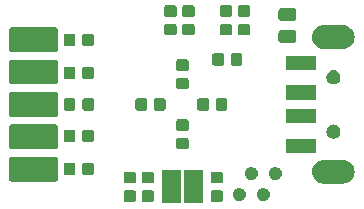
<source format=gbr>
G04 #@! TF.GenerationSoftware,KiCad,Pcbnew,5.1.6-c6e7f7d~86~ubuntu20.04.1*
G04 #@! TF.CreationDate,2020-05-29T14:13:17+02:00*
G04 #@! TF.ProjectId,atari-usb,61746172-692d-4757-9362-2e6b69636164,rev?*
G04 #@! TF.SameCoordinates,Original*
G04 #@! TF.FileFunction,Soldermask,Top*
G04 #@! TF.FilePolarity,Negative*
%FSLAX46Y46*%
G04 Gerber Fmt 4.6, Leading zero omitted, Abs format (unit mm)*
G04 Created by KiCad (PCBNEW 5.1.6-c6e7f7d~86~ubuntu20.04.1) date 2020-05-29 14:13:17*
%MOMM*%
%LPD*%
G01*
G04 APERTURE LIST*
%ADD10C,0.100000*%
G04 APERTURE END LIST*
D10*
G36*
X138276000Y-92841000D02*
G01*
X136674000Y-92841000D01*
X136674000Y-90039000D01*
X138276000Y-90039000D01*
X138276000Y-92841000D01*
G37*
G36*
X136376000Y-92841000D02*
G01*
X134774000Y-92841000D01*
X134774000Y-90039000D01*
X136376000Y-90039000D01*
X136376000Y-92841000D01*
G37*
G36*
X133983591Y-91743085D02*
G01*
X134017569Y-91753393D01*
X134048890Y-91770134D01*
X134076339Y-91792661D01*
X134098866Y-91820110D01*
X134115607Y-91851431D01*
X134125915Y-91885409D01*
X134130000Y-91926890D01*
X134130000Y-92528110D01*
X134125915Y-92569591D01*
X134115607Y-92603569D01*
X134098866Y-92634890D01*
X134076339Y-92662339D01*
X134048890Y-92684866D01*
X134017569Y-92701607D01*
X133983591Y-92711915D01*
X133942110Y-92716000D01*
X133265890Y-92716000D01*
X133224409Y-92711915D01*
X133190431Y-92701607D01*
X133159110Y-92684866D01*
X133131661Y-92662339D01*
X133109134Y-92634890D01*
X133092393Y-92603569D01*
X133082085Y-92569591D01*
X133078000Y-92528110D01*
X133078000Y-91926890D01*
X133082085Y-91885409D01*
X133092393Y-91851431D01*
X133109134Y-91820110D01*
X133131661Y-91792661D01*
X133159110Y-91770134D01*
X133190431Y-91753393D01*
X133224409Y-91743085D01*
X133265890Y-91739000D01*
X133942110Y-91739000D01*
X133983591Y-91743085D01*
G37*
G36*
X132459591Y-91743085D02*
G01*
X132493569Y-91753393D01*
X132524890Y-91770134D01*
X132552339Y-91792661D01*
X132574866Y-91820110D01*
X132591607Y-91851431D01*
X132601915Y-91885409D01*
X132606000Y-91926890D01*
X132606000Y-92528110D01*
X132601915Y-92569591D01*
X132591607Y-92603569D01*
X132574866Y-92634890D01*
X132552339Y-92662339D01*
X132524890Y-92684866D01*
X132493569Y-92701607D01*
X132459591Y-92711915D01*
X132418110Y-92716000D01*
X131741890Y-92716000D01*
X131700409Y-92711915D01*
X131666431Y-92701607D01*
X131635110Y-92684866D01*
X131607661Y-92662339D01*
X131585134Y-92634890D01*
X131568393Y-92603569D01*
X131558085Y-92569591D01*
X131554000Y-92528110D01*
X131554000Y-91926890D01*
X131558085Y-91885409D01*
X131568393Y-91851431D01*
X131585134Y-91820110D01*
X131607661Y-91792661D01*
X131635110Y-91770134D01*
X131666431Y-91753393D01*
X131700409Y-91743085D01*
X131741890Y-91739000D01*
X132418110Y-91739000D01*
X132459591Y-91743085D01*
G37*
G36*
X139825591Y-91743085D02*
G01*
X139859569Y-91753393D01*
X139890890Y-91770134D01*
X139918339Y-91792661D01*
X139940866Y-91820110D01*
X139957607Y-91851431D01*
X139967915Y-91885409D01*
X139972000Y-91926890D01*
X139972000Y-92528110D01*
X139967915Y-92569591D01*
X139957607Y-92603569D01*
X139940866Y-92634890D01*
X139918339Y-92662339D01*
X139890890Y-92684866D01*
X139859569Y-92701607D01*
X139825591Y-92711915D01*
X139784110Y-92716000D01*
X139107890Y-92716000D01*
X139066409Y-92711915D01*
X139032431Y-92701607D01*
X139001110Y-92684866D01*
X138973661Y-92662339D01*
X138951134Y-92634890D01*
X138934393Y-92603569D01*
X138924085Y-92569591D01*
X138920000Y-92528110D01*
X138920000Y-91926890D01*
X138924085Y-91885409D01*
X138934393Y-91851431D01*
X138951134Y-91820110D01*
X138973661Y-91792661D01*
X139001110Y-91770134D01*
X139032431Y-91753393D01*
X139066409Y-91743085D01*
X139107890Y-91739000D01*
X139784110Y-91739000D01*
X139825591Y-91743085D01*
G37*
G36*
X141511721Y-91545174D02*
G01*
X141611995Y-91586709D01*
X141611996Y-91586710D01*
X141702242Y-91647010D01*
X141778990Y-91723758D01*
X141778991Y-91723760D01*
X141839291Y-91814005D01*
X141880826Y-91914279D01*
X141902000Y-92020730D01*
X141902000Y-92129270D01*
X141880826Y-92235721D01*
X141839291Y-92335995D01*
X141839290Y-92335996D01*
X141778990Y-92426242D01*
X141702242Y-92502990D01*
X141677681Y-92519401D01*
X141611995Y-92563291D01*
X141511721Y-92604826D01*
X141405270Y-92626000D01*
X141296730Y-92626000D01*
X141190279Y-92604826D01*
X141090005Y-92563291D01*
X141024319Y-92519401D01*
X140999758Y-92502990D01*
X140923010Y-92426242D01*
X140862710Y-92335996D01*
X140862709Y-92335995D01*
X140821174Y-92235721D01*
X140800000Y-92129270D01*
X140800000Y-92020730D01*
X140821174Y-91914279D01*
X140862709Y-91814005D01*
X140923009Y-91723760D01*
X140923010Y-91723758D01*
X140999758Y-91647010D01*
X141090004Y-91586710D01*
X141090005Y-91586709D01*
X141190279Y-91545174D01*
X141296730Y-91524000D01*
X141405270Y-91524000D01*
X141511721Y-91545174D01*
G37*
G36*
X143543721Y-91545174D02*
G01*
X143643995Y-91586709D01*
X143643996Y-91586710D01*
X143734242Y-91647010D01*
X143810990Y-91723758D01*
X143810991Y-91723760D01*
X143871291Y-91814005D01*
X143912826Y-91914279D01*
X143934000Y-92020730D01*
X143934000Y-92129270D01*
X143912826Y-92235721D01*
X143871291Y-92335995D01*
X143871290Y-92335996D01*
X143810990Y-92426242D01*
X143734242Y-92502990D01*
X143709681Y-92519401D01*
X143643995Y-92563291D01*
X143543721Y-92604826D01*
X143437270Y-92626000D01*
X143328730Y-92626000D01*
X143222279Y-92604826D01*
X143122005Y-92563291D01*
X143056319Y-92519401D01*
X143031758Y-92502990D01*
X142955010Y-92426242D01*
X142894710Y-92335996D01*
X142894709Y-92335995D01*
X142853174Y-92235721D01*
X142832000Y-92129270D01*
X142832000Y-92020730D01*
X142853174Y-91914279D01*
X142894709Y-91814005D01*
X142955009Y-91723760D01*
X142955010Y-91723758D01*
X143031758Y-91647010D01*
X143122004Y-91586710D01*
X143122005Y-91586709D01*
X143222279Y-91545174D01*
X143328730Y-91524000D01*
X143437270Y-91524000D01*
X143543721Y-91545174D01*
G37*
G36*
X150306228Y-89168483D02*
G01*
X150494922Y-89225723D01*
X150668815Y-89318671D01*
X150821239Y-89443761D01*
X150946329Y-89596185D01*
X151039277Y-89770078D01*
X151096517Y-89958772D01*
X151115843Y-90155000D01*
X151096517Y-90351228D01*
X151039277Y-90539922D01*
X150946329Y-90713815D01*
X150821239Y-90866239D01*
X150668815Y-90991329D01*
X150494922Y-91084277D01*
X150306228Y-91141517D01*
X150159175Y-91156000D01*
X148460825Y-91156000D01*
X148313772Y-91141517D01*
X148125078Y-91084277D01*
X147951185Y-90991329D01*
X147798761Y-90866239D01*
X147673671Y-90713815D01*
X147580723Y-90539922D01*
X147523483Y-90351228D01*
X147504157Y-90155000D01*
X147523483Y-89958772D01*
X147580723Y-89770078D01*
X147673671Y-89596185D01*
X147798761Y-89443761D01*
X147951185Y-89318671D01*
X148125078Y-89225723D01*
X148313772Y-89168483D01*
X148460825Y-89154000D01*
X150159175Y-89154000D01*
X150306228Y-89168483D01*
G37*
G36*
X132459591Y-90168085D02*
G01*
X132493569Y-90178393D01*
X132524890Y-90195134D01*
X132552339Y-90217661D01*
X132574866Y-90245110D01*
X132591607Y-90276431D01*
X132601915Y-90310409D01*
X132606000Y-90351890D01*
X132606000Y-90953110D01*
X132601915Y-90994591D01*
X132591607Y-91028569D01*
X132574866Y-91059890D01*
X132552339Y-91087339D01*
X132524890Y-91109866D01*
X132493569Y-91126607D01*
X132459591Y-91136915D01*
X132418110Y-91141000D01*
X131741890Y-91141000D01*
X131700409Y-91136915D01*
X131666431Y-91126607D01*
X131635110Y-91109866D01*
X131607661Y-91087339D01*
X131585134Y-91059890D01*
X131568393Y-91028569D01*
X131558085Y-90994591D01*
X131554000Y-90953110D01*
X131554000Y-90351890D01*
X131558085Y-90310409D01*
X131568393Y-90276431D01*
X131585134Y-90245110D01*
X131607661Y-90217661D01*
X131635110Y-90195134D01*
X131666431Y-90178393D01*
X131700409Y-90168085D01*
X131741890Y-90164000D01*
X132418110Y-90164000D01*
X132459591Y-90168085D01*
G37*
G36*
X133983591Y-90168085D02*
G01*
X134017569Y-90178393D01*
X134048890Y-90195134D01*
X134076339Y-90217661D01*
X134098866Y-90245110D01*
X134115607Y-90276431D01*
X134125915Y-90310409D01*
X134130000Y-90351890D01*
X134130000Y-90953110D01*
X134125915Y-90994591D01*
X134115607Y-91028569D01*
X134098866Y-91059890D01*
X134076339Y-91087339D01*
X134048890Y-91109866D01*
X134017569Y-91126607D01*
X133983591Y-91136915D01*
X133942110Y-91141000D01*
X133265890Y-91141000D01*
X133224409Y-91136915D01*
X133190431Y-91126607D01*
X133159110Y-91109866D01*
X133131661Y-91087339D01*
X133109134Y-91059890D01*
X133092393Y-91028569D01*
X133082085Y-90994591D01*
X133078000Y-90953110D01*
X133078000Y-90351890D01*
X133082085Y-90310409D01*
X133092393Y-90276431D01*
X133109134Y-90245110D01*
X133131661Y-90217661D01*
X133159110Y-90195134D01*
X133190431Y-90178393D01*
X133224409Y-90168085D01*
X133265890Y-90164000D01*
X133942110Y-90164000D01*
X133983591Y-90168085D01*
G37*
G36*
X139825591Y-90168085D02*
G01*
X139859569Y-90178393D01*
X139890890Y-90195134D01*
X139918339Y-90217661D01*
X139940866Y-90245110D01*
X139957607Y-90276431D01*
X139967915Y-90310409D01*
X139972000Y-90351890D01*
X139972000Y-90953110D01*
X139967915Y-90994591D01*
X139957607Y-91028569D01*
X139940866Y-91059890D01*
X139918339Y-91087339D01*
X139890890Y-91109866D01*
X139859569Y-91126607D01*
X139825591Y-91136915D01*
X139784110Y-91141000D01*
X139107890Y-91141000D01*
X139066409Y-91136915D01*
X139032431Y-91126607D01*
X139001110Y-91109866D01*
X138973661Y-91087339D01*
X138951134Y-91059890D01*
X138934393Y-91028569D01*
X138924085Y-90994591D01*
X138920000Y-90953110D01*
X138920000Y-90351890D01*
X138924085Y-90310409D01*
X138934393Y-90276431D01*
X138951134Y-90245110D01*
X138973661Y-90217661D01*
X139001110Y-90195134D01*
X139032431Y-90178393D01*
X139066409Y-90168085D01*
X139107890Y-90164000D01*
X139784110Y-90164000D01*
X139825591Y-90168085D01*
G37*
G36*
X125823494Y-88888111D02*
G01*
X125857726Y-88898496D01*
X125889286Y-88915365D01*
X125916940Y-88938060D01*
X125939635Y-88965714D01*
X125956504Y-88997274D01*
X125966889Y-89031506D01*
X125971000Y-89073252D01*
X125971000Y-90796748D01*
X125966889Y-90838494D01*
X125956504Y-90872726D01*
X125939635Y-90904286D01*
X125916940Y-90931940D01*
X125889286Y-90954635D01*
X125857726Y-90971504D01*
X125823494Y-90981889D01*
X125781748Y-90986000D01*
X122058252Y-90986000D01*
X122016506Y-90981889D01*
X121982274Y-90971504D01*
X121950714Y-90954635D01*
X121923060Y-90931940D01*
X121900365Y-90904286D01*
X121883496Y-90872726D01*
X121873111Y-90838494D01*
X121869000Y-90796748D01*
X121869000Y-89073252D01*
X121873111Y-89031506D01*
X121883496Y-88997274D01*
X121900365Y-88965714D01*
X121923060Y-88938060D01*
X121950714Y-88915365D01*
X121982274Y-88898496D01*
X122016506Y-88888111D01*
X122058252Y-88884000D01*
X125781748Y-88884000D01*
X125823494Y-88888111D01*
G37*
G36*
X144559721Y-89767174D02*
G01*
X144659995Y-89808709D01*
X144659996Y-89808710D01*
X144750242Y-89869010D01*
X144826990Y-89945758D01*
X144857345Y-89991188D01*
X144887291Y-90036005D01*
X144928826Y-90136279D01*
X144950000Y-90242730D01*
X144950000Y-90351270D01*
X144928826Y-90457721D01*
X144887291Y-90557995D01*
X144887290Y-90557996D01*
X144826990Y-90648242D01*
X144750242Y-90724990D01*
X144704812Y-90755345D01*
X144659995Y-90785291D01*
X144559721Y-90826826D01*
X144453270Y-90848000D01*
X144344730Y-90848000D01*
X144238279Y-90826826D01*
X144138005Y-90785291D01*
X144093188Y-90755345D01*
X144047758Y-90724990D01*
X143971010Y-90648242D01*
X143910710Y-90557996D01*
X143910709Y-90557995D01*
X143869174Y-90457721D01*
X143848000Y-90351270D01*
X143848000Y-90242730D01*
X143869174Y-90136279D01*
X143910709Y-90036005D01*
X143940655Y-89991188D01*
X143971010Y-89945758D01*
X144047758Y-89869010D01*
X144138004Y-89808710D01*
X144138005Y-89808709D01*
X144238279Y-89767174D01*
X144344730Y-89746000D01*
X144453270Y-89746000D01*
X144559721Y-89767174D01*
G37*
G36*
X142527721Y-89767174D02*
G01*
X142627995Y-89808709D01*
X142627996Y-89808710D01*
X142718242Y-89869010D01*
X142794990Y-89945758D01*
X142825345Y-89991188D01*
X142855291Y-90036005D01*
X142896826Y-90136279D01*
X142918000Y-90242730D01*
X142918000Y-90351270D01*
X142896826Y-90457721D01*
X142855291Y-90557995D01*
X142855290Y-90557996D01*
X142794990Y-90648242D01*
X142718242Y-90724990D01*
X142672812Y-90755345D01*
X142627995Y-90785291D01*
X142527721Y-90826826D01*
X142421270Y-90848000D01*
X142312730Y-90848000D01*
X142206279Y-90826826D01*
X142106005Y-90785291D01*
X142061188Y-90755345D01*
X142015758Y-90724990D01*
X141939010Y-90648242D01*
X141878710Y-90557996D01*
X141878709Y-90557995D01*
X141837174Y-90457721D01*
X141816000Y-90351270D01*
X141816000Y-90242730D01*
X141837174Y-90136279D01*
X141878709Y-90036005D01*
X141908655Y-89991188D01*
X141939010Y-89945758D01*
X142015758Y-89869010D01*
X142106004Y-89808710D01*
X142106005Y-89808709D01*
X142206279Y-89767174D01*
X142312730Y-89746000D01*
X142421270Y-89746000D01*
X142527721Y-89767174D01*
G37*
G36*
X127316591Y-89394085D02*
G01*
X127350569Y-89404393D01*
X127381890Y-89421134D01*
X127409339Y-89443661D01*
X127431866Y-89471110D01*
X127448607Y-89502431D01*
X127458915Y-89536409D01*
X127463000Y-89577890D01*
X127463000Y-90254110D01*
X127458915Y-90295591D01*
X127448607Y-90329569D01*
X127431866Y-90360890D01*
X127409339Y-90388339D01*
X127381890Y-90410866D01*
X127350569Y-90427607D01*
X127316591Y-90437915D01*
X127275110Y-90442000D01*
X126673890Y-90442000D01*
X126632409Y-90437915D01*
X126598431Y-90427607D01*
X126567110Y-90410866D01*
X126539661Y-90388339D01*
X126517134Y-90360890D01*
X126500393Y-90329569D01*
X126490085Y-90295591D01*
X126486000Y-90254110D01*
X126486000Y-89577890D01*
X126490085Y-89536409D01*
X126500393Y-89502431D01*
X126517134Y-89471110D01*
X126539661Y-89443661D01*
X126567110Y-89421134D01*
X126598431Y-89404393D01*
X126632409Y-89394085D01*
X126673890Y-89390000D01*
X127275110Y-89390000D01*
X127316591Y-89394085D01*
G37*
G36*
X128891591Y-89394085D02*
G01*
X128925569Y-89404393D01*
X128956890Y-89421134D01*
X128984339Y-89443661D01*
X129006866Y-89471110D01*
X129023607Y-89502431D01*
X129033915Y-89536409D01*
X129038000Y-89577890D01*
X129038000Y-90254110D01*
X129033915Y-90295591D01*
X129023607Y-90329569D01*
X129006866Y-90360890D01*
X128984339Y-90388339D01*
X128956890Y-90410866D01*
X128925569Y-90427607D01*
X128891591Y-90437915D01*
X128850110Y-90442000D01*
X128248890Y-90442000D01*
X128207409Y-90437915D01*
X128173431Y-90427607D01*
X128142110Y-90410866D01*
X128114661Y-90388339D01*
X128092134Y-90360890D01*
X128075393Y-90329569D01*
X128065085Y-90295591D01*
X128061000Y-90254110D01*
X128061000Y-89577890D01*
X128065085Y-89536409D01*
X128075393Y-89502431D01*
X128092134Y-89471110D01*
X128114661Y-89443661D01*
X128142110Y-89421134D01*
X128173431Y-89404393D01*
X128207409Y-89394085D01*
X128248890Y-89390000D01*
X128850110Y-89390000D01*
X128891591Y-89394085D01*
G37*
G36*
X147861000Y-88556000D02*
G01*
X145259000Y-88556000D01*
X145259000Y-87354000D01*
X147861000Y-87354000D01*
X147861000Y-88556000D01*
G37*
G36*
X136904591Y-87298085D02*
G01*
X136938569Y-87308393D01*
X136969890Y-87325134D01*
X136997339Y-87347661D01*
X137019866Y-87375110D01*
X137036607Y-87406431D01*
X137046915Y-87440409D01*
X137051000Y-87481890D01*
X137051000Y-88083110D01*
X137046915Y-88124591D01*
X137036607Y-88158569D01*
X137019866Y-88189890D01*
X136997339Y-88217339D01*
X136969890Y-88239866D01*
X136938569Y-88256607D01*
X136904591Y-88266915D01*
X136863110Y-88271000D01*
X136186890Y-88271000D01*
X136145409Y-88266915D01*
X136111431Y-88256607D01*
X136080110Y-88239866D01*
X136052661Y-88217339D01*
X136030134Y-88189890D01*
X136013393Y-88158569D01*
X136003085Y-88124591D01*
X135999000Y-88083110D01*
X135999000Y-87481890D01*
X136003085Y-87440409D01*
X136013393Y-87406431D01*
X136030134Y-87375110D01*
X136052661Y-87347661D01*
X136080110Y-87325134D01*
X136111431Y-87308393D01*
X136145409Y-87298085D01*
X136186890Y-87294000D01*
X136863110Y-87294000D01*
X136904591Y-87298085D01*
G37*
G36*
X125823494Y-86148111D02*
G01*
X125857726Y-86158496D01*
X125889286Y-86175365D01*
X125916940Y-86198060D01*
X125939635Y-86225714D01*
X125956504Y-86257274D01*
X125966889Y-86291506D01*
X125971000Y-86333252D01*
X125971000Y-88056748D01*
X125966889Y-88098494D01*
X125956504Y-88132726D01*
X125939635Y-88164286D01*
X125916940Y-88191940D01*
X125889286Y-88214635D01*
X125857726Y-88231504D01*
X125823494Y-88241889D01*
X125781748Y-88246000D01*
X122058252Y-88246000D01*
X122016506Y-88241889D01*
X121982274Y-88231504D01*
X121950714Y-88214635D01*
X121923060Y-88191940D01*
X121900365Y-88164286D01*
X121883496Y-88132726D01*
X121873111Y-88098494D01*
X121869000Y-88056748D01*
X121869000Y-86333252D01*
X121873111Y-86291506D01*
X121883496Y-86257274D01*
X121900365Y-86225714D01*
X121923060Y-86198060D01*
X121950714Y-86175365D01*
X121982274Y-86158496D01*
X122016506Y-86148111D01*
X122058252Y-86144000D01*
X125781748Y-86144000D01*
X125823494Y-86148111D01*
G37*
G36*
X128891591Y-86600085D02*
G01*
X128925569Y-86610393D01*
X128956890Y-86627134D01*
X128984339Y-86649661D01*
X129006866Y-86677110D01*
X129023607Y-86708431D01*
X129033915Y-86742409D01*
X129038000Y-86783890D01*
X129038000Y-87460110D01*
X129033915Y-87501591D01*
X129023607Y-87535569D01*
X129006866Y-87566890D01*
X128984339Y-87594339D01*
X128956890Y-87616866D01*
X128925569Y-87633607D01*
X128891591Y-87643915D01*
X128850110Y-87648000D01*
X128248890Y-87648000D01*
X128207409Y-87643915D01*
X128173431Y-87633607D01*
X128142110Y-87616866D01*
X128114661Y-87594339D01*
X128092134Y-87566890D01*
X128075393Y-87535569D01*
X128065085Y-87501591D01*
X128061000Y-87460110D01*
X128061000Y-86783890D01*
X128065085Y-86742409D01*
X128075393Y-86708431D01*
X128092134Y-86677110D01*
X128114661Y-86649661D01*
X128142110Y-86627134D01*
X128173431Y-86610393D01*
X128207409Y-86600085D01*
X128248890Y-86596000D01*
X128850110Y-86596000D01*
X128891591Y-86600085D01*
G37*
G36*
X127316591Y-86600085D02*
G01*
X127350569Y-86610393D01*
X127381890Y-86627134D01*
X127409339Y-86649661D01*
X127431866Y-86677110D01*
X127448607Y-86708431D01*
X127458915Y-86742409D01*
X127463000Y-86783890D01*
X127463000Y-87460110D01*
X127458915Y-87501591D01*
X127448607Y-87535569D01*
X127431866Y-87566890D01*
X127409339Y-87594339D01*
X127381890Y-87616866D01*
X127350569Y-87633607D01*
X127316591Y-87643915D01*
X127275110Y-87648000D01*
X126673890Y-87648000D01*
X126632409Y-87643915D01*
X126598431Y-87633607D01*
X126567110Y-87616866D01*
X126539661Y-87594339D01*
X126517134Y-87566890D01*
X126500393Y-87535569D01*
X126490085Y-87501591D01*
X126486000Y-87460110D01*
X126486000Y-86783890D01*
X126490085Y-86742409D01*
X126500393Y-86708431D01*
X126517134Y-86677110D01*
X126539661Y-86649661D01*
X126567110Y-86627134D01*
X126598431Y-86610393D01*
X126632409Y-86600085D01*
X126673890Y-86596000D01*
X127275110Y-86596000D01*
X127316591Y-86600085D01*
G37*
G36*
X149446601Y-86169397D02*
G01*
X149485305Y-86177096D01*
X149517340Y-86190365D01*
X149594680Y-86222400D01*
X149693115Y-86288173D01*
X149776827Y-86371885D01*
X149842600Y-86470320D01*
X149873624Y-86545220D01*
X149887904Y-86579695D01*
X149889446Y-86587448D01*
X149911000Y-86695805D01*
X149911000Y-86814195D01*
X149887904Y-86930304D01*
X149842600Y-87039680D01*
X149776827Y-87138115D01*
X149693115Y-87221827D01*
X149594680Y-87287600D01*
X149517340Y-87319635D01*
X149485305Y-87332904D01*
X149446601Y-87340603D01*
X149369195Y-87356000D01*
X149250805Y-87356000D01*
X149173399Y-87340603D01*
X149134695Y-87332904D01*
X149102660Y-87319635D01*
X149025320Y-87287600D01*
X148926885Y-87221827D01*
X148843173Y-87138115D01*
X148777400Y-87039680D01*
X148732096Y-86930304D01*
X148709000Y-86814195D01*
X148709000Y-86695805D01*
X148730554Y-86587448D01*
X148732096Y-86579695D01*
X148746376Y-86545220D01*
X148777400Y-86470320D01*
X148843173Y-86371885D01*
X148926885Y-86288173D01*
X149025320Y-86222400D01*
X149102660Y-86190365D01*
X149134695Y-86177096D01*
X149173399Y-86169397D01*
X149250805Y-86154000D01*
X149369195Y-86154000D01*
X149446601Y-86169397D01*
G37*
G36*
X136904591Y-85723085D02*
G01*
X136938569Y-85733393D01*
X136969890Y-85750134D01*
X136997339Y-85772661D01*
X137019866Y-85800110D01*
X137036607Y-85831431D01*
X137046915Y-85865409D01*
X137051000Y-85906890D01*
X137051000Y-86508110D01*
X137046915Y-86549591D01*
X137036607Y-86583569D01*
X137019866Y-86614890D01*
X136997339Y-86642339D01*
X136969890Y-86664866D01*
X136938569Y-86681607D01*
X136904591Y-86691915D01*
X136863110Y-86696000D01*
X136186890Y-86696000D01*
X136145409Y-86691915D01*
X136111431Y-86681607D01*
X136080110Y-86664866D01*
X136052661Y-86642339D01*
X136030134Y-86614890D01*
X136013393Y-86583569D01*
X136003085Y-86549591D01*
X135999000Y-86508110D01*
X135999000Y-85906890D01*
X136003085Y-85865409D01*
X136013393Y-85831431D01*
X136030134Y-85800110D01*
X136052661Y-85772661D01*
X136080110Y-85750134D01*
X136111431Y-85733393D01*
X136145409Y-85723085D01*
X136186890Y-85719000D01*
X136863110Y-85719000D01*
X136904591Y-85723085D01*
G37*
G36*
X147861000Y-86056000D02*
G01*
X145259000Y-86056000D01*
X145259000Y-84854000D01*
X147861000Y-84854000D01*
X147861000Y-86056000D01*
G37*
G36*
X125823494Y-83408111D02*
G01*
X125857726Y-83418496D01*
X125889286Y-83435365D01*
X125916940Y-83458060D01*
X125939635Y-83485714D01*
X125956504Y-83517274D01*
X125966889Y-83551506D01*
X125971000Y-83593252D01*
X125971000Y-85316748D01*
X125966889Y-85358494D01*
X125956504Y-85392726D01*
X125939635Y-85424286D01*
X125916940Y-85451940D01*
X125889286Y-85474635D01*
X125857726Y-85491504D01*
X125823494Y-85501889D01*
X125781748Y-85506000D01*
X122058252Y-85506000D01*
X122016506Y-85501889D01*
X121982274Y-85491504D01*
X121950714Y-85474635D01*
X121923060Y-85451940D01*
X121900365Y-85424286D01*
X121883496Y-85392726D01*
X121873111Y-85358494D01*
X121869000Y-85316748D01*
X121869000Y-83593252D01*
X121873111Y-83551506D01*
X121883496Y-83517274D01*
X121900365Y-83485714D01*
X121923060Y-83458060D01*
X121950714Y-83435365D01*
X121982274Y-83418496D01*
X122016506Y-83408111D01*
X122058252Y-83404000D01*
X125781748Y-83404000D01*
X125823494Y-83408111D01*
G37*
G36*
X134962091Y-83933085D02*
G01*
X134996069Y-83943393D01*
X135027390Y-83960134D01*
X135054839Y-83982661D01*
X135077366Y-84010110D01*
X135094107Y-84041431D01*
X135104415Y-84075409D01*
X135108500Y-84116890D01*
X135108500Y-84793110D01*
X135104415Y-84834591D01*
X135094107Y-84868569D01*
X135077366Y-84899890D01*
X135054839Y-84927339D01*
X135027390Y-84949866D01*
X134996069Y-84966607D01*
X134962091Y-84976915D01*
X134920610Y-84981000D01*
X134319390Y-84981000D01*
X134277909Y-84976915D01*
X134243931Y-84966607D01*
X134212610Y-84949866D01*
X134185161Y-84927339D01*
X134162634Y-84899890D01*
X134145893Y-84868569D01*
X134135585Y-84834591D01*
X134131500Y-84793110D01*
X134131500Y-84116890D01*
X134135585Y-84075409D01*
X134145893Y-84041431D01*
X134162634Y-84010110D01*
X134185161Y-83982661D01*
X134212610Y-83960134D01*
X134243931Y-83943393D01*
X134277909Y-83933085D01*
X134319390Y-83929000D01*
X134920610Y-83929000D01*
X134962091Y-83933085D01*
G37*
G36*
X127316591Y-83933085D02*
G01*
X127350569Y-83943393D01*
X127381890Y-83960134D01*
X127409339Y-83982661D01*
X127431866Y-84010110D01*
X127448607Y-84041431D01*
X127458915Y-84075409D01*
X127463000Y-84116890D01*
X127463000Y-84793110D01*
X127458915Y-84834591D01*
X127448607Y-84868569D01*
X127431866Y-84899890D01*
X127409339Y-84927339D01*
X127381890Y-84949866D01*
X127350569Y-84966607D01*
X127316591Y-84976915D01*
X127275110Y-84981000D01*
X126673890Y-84981000D01*
X126632409Y-84976915D01*
X126598431Y-84966607D01*
X126567110Y-84949866D01*
X126539661Y-84927339D01*
X126517134Y-84899890D01*
X126500393Y-84868569D01*
X126490085Y-84834591D01*
X126486000Y-84793110D01*
X126486000Y-84116890D01*
X126490085Y-84075409D01*
X126500393Y-84041431D01*
X126517134Y-84010110D01*
X126539661Y-83982661D01*
X126567110Y-83960134D01*
X126598431Y-83943393D01*
X126632409Y-83933085D01*
X126673890Y-83929000D01*
X127275110Y-83929000D01*
X127316591Y-83933085D01*
G37*
G36*
X140194591Y-83933085D02*
G01*
X140228569Y-83943393D01*
X140259890Y-83960134D01*
X140287339Y-83982661D01*
X140309866Y-84010110D01*
X140326607Y-84041431D01*
X140336915Y-84075409D01*
X140341000Y-84116890D01*
X140341000Y-84793110D01*
X140336915Y-84834591D01*
X140326607Y-84868569D01*
X140309866Y-84899890D01*
X140287339Y-84927339D01*
X140259890Y-84949866D01*
X140228569Y-84966607D01*
X140194591Y-84976915D01*
X140153110Y-84981000D01*
X139551890Y-84981000D01*
X139510409Y-84976915D01*
X139476431Y-84966607D01*
X139445110Y-84949866D01*
X139417661Y-84927339D01*
X139395134Y-84899890D01*
X139378393Y-84868569D01*
X139368085Y-84834591D01*
X139364000Y-84793110D01*
X139364000Y-84116890D01*
X139368085Y-84075409D01*
X139378393Y-84041431D01*
X139395134Y-84010110D01*
X139417661Y-83982661D01*
X139445110Y-83960134D01*
X139476431Y-83943393D01*
X139510409Y-83933085D01*
X139551890Y-83929000D01*
X140153110Y-83929000D01*
X140194591Y-83933085D01*
G37*
G36*
X138619591Y-83933085D02*
G01*
X138653569Y-83943393D01*
X138684890Y-83960134D01*
X138712339Y-83982661D01*
X138734866Y-84010110D01*
X138751607Y-84041431D01*
X138761915Y-84075409D01*
X138766000Y-84116890D01*
X138766000Y-84793110D01*
X138761915Y-84834591D01*
X138751607Y-84868569D01*
X138734866Y-84899890D01*
X138712339Y-84927339D01*
X138684890Y-84949866D01*
X138653569Y-84966607D01*
X138619591Y-84976915D01*
X138578110Y-84981000D01*
X137976890Y-84981000D01*
X137935409Y-84976915D01*
X137901431Y-84966607D01*
X137870110Y-84949866D01*
X137842661Y-84927339D01*
X137820134Y-84899890D01*
X137803393Y-84868569D01*
X137793085Y-84834591D01*
X137789000Y-84793110D01*
X137789000Y-84116890D01*
X137793085Y-84075409D01*
X137803393Y-84041431D01*
X137820134Y-84010110D01*
X137842661Y-83982661D01*
X137870110Y-83960134D01*
X137901431Y-83943393D01*
X137935409Y-83933085D01*
X137976890Y-83929000D01*
X138578110Y-83929000D01*
X138619591Y-83933085D01*
G37*
G36*
X128891591Y-83933085D02*
G01*
X128925569Y-83943393D01*
X128956890Y-83960134D01*
X128984339Y-83982661D01*
X129006866Y-84010110D01*
X129023607Y-84041431D01*
X129033915Y-84075409D01*
X129038000Y-84116890D01*
X129038000Y-84793110D01*
X129033915Y-84834591D01*
X129023607Y-84868569D01*
X129006866Y-84899890D01*
X128984339Y-84927339D01*
X128956890Y-84949866D01*
X128925569Y-84966607D01*
X128891591Y-84976915D01*
X128850110Y-84981000D01*
X128248890Y-84981000D01*
X128207409Y-84976915D01*
X128173431Y-84966607D01*
X128142110Y-84949866D01*
X128114661Y-84927339D01*
X128092134Y-84899890D01*
X128075393Y-84868569D01*
X128065085Y-84834591D01*
X128061000Y-84793110D01*
X128061000Y-84116890D01*
X128065085Y-84075409D01*
X128075393Y-84041431D01*
X128092134Y-84010110D01*
X128114661Y-83982661D01*
X128142110Y-83960134D01*
X128173431Y-83943393D01*
X128207409Y-83933085D01*
X128248890Y-83929000D01*
X128850110Y-83929000D01*
X128891591Y-83933085D01*
G37*
G36*
X133387091Y-83933085D02*
G01*
X133421069Y-83943393D01*
X133452390Y-83960134D01*
X133479839Y-83982661D01*
X133502366Y-84010110D01*
X133519107Y-84041431D01*
X133529415Y-84075409D01*
X133533500Y-84116890D01*
X133533500Y-84793110D01*
X133529415Y-84834591D01*
X133519107Y-84868569D01*
X133502366Y-84899890D01*
X133479839Y-84927339D01*
X133452390Y-84949866D01*
X133421069Y-84966607D01*
X133387091Y-84976915D01*
X133345610Y-84981000D01*
X132744390Y-84981000D01*
X132702909Y-84976915D01*
X132668931Y-84966607D01*
X132637610Y-84949866D01*
X132610161Y-84927339D01*
X132587634Y-84899890D01*
X132570893Y-84868569D01*
X132560585Y-84834591D01*
X132556500Y-84793110D01*
X132556500Y-84116890D01*
X132560585Y-84075409D01*
X132570893Y-84041431D01*
X132587634Y-84010110D01*
X132610161Y-83982661D01*
X132637610Y-83960134D01*
X132668931Y-83943393D01*
X132702909Y-83933085D01*
X132744390Y-83929000D01*
X133345610Y-83929000D01*
X133387091Y-83933085D01*
G37*
G36*
X147861000Y-84056000D02*
G01*
X145259000Y-84056000D01*
X145259000Y-82854000D01*
X147861000Y-82854000D01*
X147861000Y-84056000D01*
G37*
G36*
X136904591Y-82218085D02*
G01*
X136938569Y-82228393D01*
X136969890Y-82245134D01*
X136997339Y-82267661D01*
X137019866Y-82295110D01*
X137036607Y-82326431D01*
X137046915Y-82360409D01*
X137051000Y-82401890D01*
X137051000Y-83003110D01*
X137046915Y-83044591D01*
X137036607Y-83078569D01*
X137019866Y-83109890D01*
X136997339Y-83137339D01*
X136969890Y-83159866D01*
X136938569Y-83176607D01*
X136904591Y-83186915D01*
X136863110Y-83191000D01*
X136186890Y-83191000D01*
X136145409Y-83186915D01*
X136111431Y-83176607D01*
X136080110Y-83159866D01*
X136052661Y-83137339D01*
X136030134Y-83109890D01*
X136013393Y-83078569D01*
X136003085Y-83044591D01*
X135999000Y-83003110D01*
X135999000Y-82401890D01*
X136003085Y-82360409D01*
X136013393Y-82326431D01*
X136030134Y-82295110D01*
X136052661Y-82267661D01*
X136080110Y-82245134D01*
X136111431Y-82228393D01*
X136145409Y-82218085D01*
X136186890Y-82214000D01*
X136863110Y-82214000D01*
X136904591Y-82218085D01*
G37*
G36*
X125823494Y-80668111D02*
G01*
X125857726Y-80678496D01*
X125889286Y-80695365D01*
X125916940Y-80718060D01*
X125939635Y-80745714D01*
X125956504Y-80777274D01*
X125966889Y-80811506D01*
X125971000Y-80853252D01*
X125971000Y-82576748D01*
X125966889Y-82618494D01*
X125956504Y-82652726D01*
X125939635Y-82684286D01*
X125916940Y-82711940D01*
X125889286Y-82734635D01*
X125857726Y-82751504D01*
X125823494Y-82761889D01*
X125781748Y-82766000D01*
X122058252Y-82766000D01*
X122016506Y-82761889D01*
X121982274Y-82751504D01*
X121950714Y-82734635D01*
X121923060Y-82711940D01*
X121900365Y-82684286D01*
X121883496Y-82652726D01*
X121873111Y-82618494D01*
X121869000Y-82576748D01*
X121869000Y-80853252D01*
X121873111Y-80811506D01*
X121883496Y-80777274D01*
X121900365Y-80745714D01*
X121923060Y-80718060D01*
X121950714Y-80695365D01*
X121982274Y-80678496D01*
X122016506Y-80668111D01*
X122058252Y-80664000D01*
X125781748Y-80664000D01*
X125823494Y-80668111D01*
G37*
G36*
X149446601Y-81569397D02*
G01*
X149485305Y-81577096D01*
X149504063Y-81584866D01*
X149594680Y-81622400D01*
X149693115Y-81688173D01*
X149776827Y-81771885D01*
X149842600Y-81870320D01*
X149887904Y-81979696D01*
X149911000Y-82095805D01*
X149911000Y-82214195D01*
X149901821Y-82260339D01*
X149888675Y-82326431D01*
X149887904Y-82330304D01*
X149842600Y-82439680D01*
X149776827Y-82538115D01*
X149693115Y-82621827D01*
X149594680Y-82687600D01*
X149517440Y-82719593D01*
X149485305Y-82732904D01*
X149446601Y-82740603D01*
X149369195Y-82756000D01*
X149250805Y-82756000D01*
X149173399Y-82740603D01*
X149134695Y-82732904D01*
X149102560Y-82719593D01*
X149025320Y-82687600D01*
X148926885Y-82621827D01*
X148843173Y-82538115D01*
X148777400Y-82439680D01*
X148732096Y-82330304D01*
X148731326Y-82326431D01*
X148718179Y-82260339D01*
X148709000Y-82214195D01*
X148709000Y-82095805D01*
X148732096Y-81979696D01*
X148777400Y-81870320D01*
X148843173Y-81771885D01*
X148926885Y-81688173D01*
X149025320Y-81622400D01*
X149115937Y-81584866D01*
X149134695Y-81577096D01*
X149173399Y-81569397D01*
X149250805Y-81554000D01*
X149369195Y-81554000D01*
X149446601Y-81569397D01*
G37*
G36*
X128891591Y-81266085D02*
G01*
X128925569Y-81276393D01*
X128956890Y-81293134D01*
X128984339Y-81315661D01*
X129006866Y-81343110D01*
X129023607Y-81374431D01*
X129033915Y-81408409D01*
X129038000Y-81449890D01*
X129038000Y-82126110D01*
X129033915Y-82167591D01*
X129023607Y-82201569D01*
X129006866Y-82232890D01*
X128984339Y-82260339D01*
X128956890Y-82282866D01*
X128925569Y-82299607D01*
X128891591Y-82309915D01*
X128850110Y-82314000D01*
X128248890Y-82314000D01*
X128207409Y-82309915D01*
X128173431Y-82299607D01*
X128142110Y-82282866D01*
X128114661Y-82260339D01*
X128092134Y-82232890D01*
X128075393Y-82201569D01*
X128065085Y-82167591D01*
X128061000Y-82126110D01*
X128061000Y-81449890D01*
X128065085Y-81408409D01*
X128075393Y-81374431D01*
X128092134Y-81343110D01*
X128114661Y-81315661D01*
X128142110Y-81293134D01*
X128173431Y-81276393D01*
X128207409Y-81266085D01*
X128248890Y-81262000D01*
X128850110Y-81262000D01*
X128891591Y-81266085D01*
G37*
G36*
X127316591Y-81266085D02*
G01*
X127350569Y-81276393D01*
X127381890Y-81293134D01*
X127409339Y-81315661D01*
X127431866Y-81343110D01*
X127448607Y-81374431D01*
X127458915Y-81408409D01*
X127463000Y-81449890D01*
X127463000Y-82126110D01*
X127458915Y-82167591D01*
X127448607Y-82201569D01*
X127431866Y-82232890D01*
X127409339Y-82260339D01*
X127381890Y-82282866D01*
X127350569Y-82299607D01*
X127316591Y-82309915D01*
X127275110Y-82314000D01*
X126673890Y-82314000D01*
X126632409Y-82309915D01*
X126598431Y-82299607D01*
X126567110Y-82282866D01*
X126539661Y-82260339D01*
X126517134Y-82232890D01*
X126500393Y-82201569D01*
X126490085Y-82167591D01*
X126486000Y-82126110D01*
X126486000Y-81449890D01*
X126490085Y-81408409D01*
X126500393Y-81374431D01*
X126517134Y-81343110D01*
X126539661Y-81315661D01*
X126567110Y-81293134D01*
X126598431Y-81276393D01*
X126632409Y-81266085D01*
X126673890Y-81262000D01*
X127275110Y-81262000D01*
X127316591Y-81266085D01*
G37*
G36*
X136904591Y-80643085D02*
G01*
X136938569Y-80653393D01*
X136969890Y-80670134D01*
X136997339Y-80692661D01*
X137019866Y-80720110D01*
X137036607Y-80751431D01*
X137046915Y-80785409D01*
X137051000Y-80826890D01*
X137051000Y-81428110D01*
X137046915Y-81469591D01*
X137036607Y-81503569D01*
X137019866Y-81534890D01*
X136997339Y-81562339D01*
X136969890Y-81584866D01*
X136938569Y-81601607D01*
X136904591Y-81611915D01*
X136863110Y-81616000D01*
X136186890Y-81616000D01*
X136145409Y-81611915D01*
X136111431Y-81601607D01*
X136080110Y-81584866D01*
X136052661Y-81562339D01*
X136030134Y-81534890D01*
X136013393Y-81503569D01*
X136003085Y-81469591D01*
X135999000Y-81428110D01*
X135999000Y-80826890D01*
X136003085Y-80785409D01*
X136013393Y-80751431D01*
X136030134Y-80720110D01*
X136052661Y-80692661D01*
X136080110Y-80670134D01*
X136111431Y-80653393D01*
X136145409Y-80643085D01*
X136186890Y-80639000D01*
X136863110Y-80639000D01*
X136904591Y-80643085D01*
G37*
G36*
X147861000Y-81556000D02*
G01*
X145259000Y-81556000D01*
X145259000Y-80354000D01*
X147861000Y-80354000D01*
X147861000Y-81556000D01*
G37*
G36*
X139889591Y-80123085D02*
G01*
X139923569Y-80133393D01*
X139954890Y-80150134D01*
X139982339Y-80172661D01*
X140004866Y-80200110D01*
X140021607Y-80231431D01*
X140031915Y-80265409D01*
X140036000Y-80306890D01*
X140036000Y-80983110D01*
X140031915Y-81024591D01*
X140021607Y-81058569D01*
X140004866Y-81089890D01*
X139982339Y-81117339D01*
X139954890Y-81139866D01*
X139923569Y-81156607D01*
X139889591Y-81166915D01*
X139848110Y-81171000D01*
X139246890Y-81171000D01*
X139205409Y-81166915D01*
X139171431Y-81156607D01*
X139140110Y-81139866D01*
X139112661Y-81117339D01*
X139090134Y-81089890D01*
X139073393Y-81058569D01*
X139063085Y-81024591D01*
X139059000Y-80983110D01*
X139059000Y-80306890D01*
X139063085Y-80265409D01*
X139073393Y-80231431D01*
X139090134Y-80200110D01*
X139112661Y-80172661D01*
X139140110Y-80150134D01*
X139171431Y-80133393D01*
X139205409Y-80123085D01*
X139246890Y-80119000D01*
X139848110Y-80119000D01*
X139889591Y-80123085D01*
G37*
G36*
X141464591Y-80123085D02*
G01*
X141498569Y-80133393D01*
X141529890Y-80150134D01*
X141557339Y-80172661D01*
X141579866Y-80200110D01*
X141596607Y-80231431D01*
X141606915Y-80265409D01*
X141611000Y-80306890D01*
X141611000Y-80983110D01*
X141606915Y-81024591D01*
X141596607Y-81058569D01*
X141579866Y-81089890D01*
X141557339Y-81117339D01*
X141529890Y-81139866D01*
X141498569Y-81156607D01*
X141464591Y-81166915D01*
X141423110Y-81171000D01*
X140821890Y-81171000D01*
X140780409Y-81166915D01*
X140746431Y-81156607D01*
X140715110Y-81139866D01*
X140687661Y-81117339D01*
X140665134Y-81089890D01*
X140648393Y-81058569D01*
X140638085Y-81024591D01*
X140634000Y-80983110D01*
X140634000Y-80306890D01*
X140638085Y-80265409D01*
X140648393Y-80231431D01*
X140665134Y-80200110D01*
X140687661Y-80172661D01*
X140715110Y-80150134D01*
X140746431Y-80133393D01*
X140780409Y-80123085D01*
X140821890Y-80119000D01*
X141423110Y-80119000D01*
X141464591Y-80123085D01*
G37*
G36*
X125823494Y-77928111D02*
G01*
X125857726Y-77938496D01*
X125889286Y-77955365D01*
X125916940Y-77978060D01*
X125939635Y-78005714D01*
X125956504Y-78037274D01*
X125966889Y-78071506D01*
X125971000Y-78113252D01*
X125971000Y-79836748D01*
X125966889Y-79878494D01*
X125956504Y-79912726D01*
X125939635Y-79944286D01*
X125916940Y-79971940D01*
X125889286Y-79994635D01*
X125857726Y-80011504D01*
X125823494Y-80021889D01*
X125781748Y-80026000D01*
X122058252Y-80026000D01*
X122016506Y-80021889D01*
X121982274Y-80011504D01*
X121950714Y-79994635D01*
X121923060Y-79971940D01*
X121900365Y-79944286D01*
X121883496Y-79912726D01*
X121873111Y-79878494D01*
X121869000Y-79836748D01*
X121869000Y-78113252D01*
X121873111Y-78071506D01*
X121883496Y-78037274D01*
X121900365Y-78005714D01*
X121923060Y-77978060D01*
X121950714Y-77955365D01*
X121982274Y-77938496D01*
X122016506Y-77928111D01*
X122058252Y-77924000D01*
X125781748Y-77924000D01*
X125823494Y-77928111D01*
G37*
G36*
X150306228Y-77768483D02*
G01*
X150494922Y-77825723D01*
X150668815Y-77918671D01*
X150821239Y-78043761D01*
X150946329Y-78196185D01*
X151039277Y-78370078D01*
X151096517Y-78558772D01*
X151115843Y-78755000D01*
X151096517Y-78951228D01*
X151039277Y-79139922D01*
X150946329Y-79313815D01*
X150821239Y-79466239D01*
X150668815Y-79591329D01*
X150494922Y-79684277D01*
X150306228Y-79741517D01*
X150159175Y-79756000D01*
X148460825Y-79756000D01*
X148313772Y-79741517D01*
X148125078Y-79684277D01*
X147951185Y-79591329D01*
X147798761Y-79466239D01*
X147673671Y-79313815D01*
X147580723Y-79139922D01*
X147523483Y-78951228D01*
X147504157Y-78755000D01*
X147523483Y-78558772D01*
X147580723Y-78370078D01*
X147673671Y-78196185D01*
X147798761Y-78043761D01*
X147951185Y-77918671D01*
X148125078Y-77825723D01*
X148313772Y-77768483D01*
X148460825Y-77754000D01*
X150159175Y-77754000D01*
X150306228Y-77768483D01*
G37*
G36*
X128891591Y-78472085D02*
G01*
X128925569Y-78482393D01*
X128956890Y-78499134D01*
X128984339Y-78521661D01*
X129006866Y-78549110D01*
X129023607Y-78580431D01*
X129033915Y-78614409D01*
X129038000Y-78655890D01*
X129038000Y-79332110D01*
X129033915Y-79373591D01*
X129023607Y-79407569D01*
X129006866Y-79438890D01*
X128984339Y-79466339D01*
X128956890Y-79488866D01*
X128925569Y-79505607D01*
X128891591Y-79515915D01*
X128850110Y-79520000D01*
X128248890Y-79520000D01*
X128207409Y-79515915D01*
X128173431Y-79505607D01*
X128142110Y-79488866D01*
X128114661Y-79466339D01*
X128092134Y-79438890D01*
X128075393Y-79407569D01*
X128065085Y-79373591D01*
X128061000Y-79332110D01*
X128061000Y-78655890D01*
X128065085Y-78614409D01*
X128075393Y-78580431D01*
X128092134Y-78549110D01*
X128114661Y-78521661D01*
X128142110Y-78499134D01*
X128173431Y-78482393D01*
X128207409Y-78472085D01*
X128248890Y-78468000D01*
X128850110Y-78468000D01*
X128891591Y-78472085D01*
G37*
G36*
X127316591Y-78472085D02*
G01*
X127350569Y-78482393D01*
X127381890Y-78499134D01*
X127409339Y-78521661D01*
X127431866Y-78549110D01*
X127448607Y-78580431D01*
X127458915Y-78614409D01*
X127463000Y-78655890D01*
X127463000Y-79332110D01*
X127458915Y-79373591D01*
X127448607Y-79407569D01*
X127431866Y-79438890D01*
X127409339Y-79466339D01*
X127381890Y-79488866D01*
X127350569Y-79505607D01*
X127316591Y-79515915D01*
X127275110Y-79520000D01*
X126673890Y-79520000D01*
X126632409Y-79515915D01*
X126598431Y-79505607D01*
X126567110Y-79488866D01*
X126539661Y-79466339D01*
X126517134Y-79438890D01*
X126500393Y-79407569D01*
X126490085Y-79373591D01*
X126486000Y-79332110D01*
X126486000Y-78655890D01*
X126490085Y-78614409D01*
X126500393Y-78580431D01*
X126517134Y-78549110D01*
X126539661Y-78521661D01*
X126567110Y-78499134D01*
X126598431Y-78482393D01*
X126632409Y-78472085D01*
X126673890Y-78468000D01*
X127275110Y-78468000D01*
X127316591Y-78472085D01*
G37*
G36*
X145999468Y-78176065D02*
G01*
X146038138Y-78187796D01*
X146073777Y-78206846D01*
X146105017Y-78232483D01*
X146130654Y-78263723D01*
X146149704Y-78299362D01*
X146161435Y-78338032D01*
X146166000Y-78384388D01*
X146166000Y-79035612D01*
X146161435Y-79081968D01*
X146149704Y-79120638D01*
X146130654Y-79156277D01*
X146105017Y-79187517D01*
X146073777Y-79213154D01*
X146038138Y-79232204D01*
X145999468Y-79243935D01*
X145953112Y-79248500D01*
X144876888Y-79248500D01*
X144830532Y-79243935D01*
X144791862Y-79232204D01*
X144756223Y-79213154D01*
X144724983Y-79187517D01*
X144699346Y-79156277D01*
X144680296Y-79120638D01*
X144668565Y-79081968D01*
X144664000Y-79035612D01*
X144664000Y-78384388D01*
X144668565Y-78338032D01*
X144680296Y-78299362D01*
X144699346Y-78263723D01*
X144724983Y-78232483D01*
X144756223Y-78206846D01*
X144791862Y-78187796D01*
X144830532Y-78176065D01*
X144876888Y-78171500D01*
X145953112Y-78171500D01*
X145999468Y-78176065D01*
G37*
G36*
X135888591Y-77646085D02*
G01*
X135922569Y-77656393D01*
X135953890Y-77673134D01*
X135981339Y-77695661D01*
X136003866Y-77723110D01*
X136020607Y-77754431D01*
X136030915Y-77788409D01*
X136035000Y-77829890D01*
X136035000Y-78431110D01*
X136030915Y-78472591D01*
X136020607Y-78506569D01*
X136003866Y-78537890D01*
X135981339Y-78565339D01*
X135953890Y-78587866D01*
X135922569Y-78604607D01*
X135888591Y-78614915D01*
X135847110Y-78619000D01*
X135170890Y-78619000D01*
X135129409Y-78614915D01*
X135095431Y-78604607D01*
X135064110Y-78587866D01*
X135036661Y-78565339D01*
X135014134Y-78537890D01*
X134997393Y-78506569D01*
X134987085Y-78472591D01*
X134983000Y-78431110D01*
X134983000Y-77829890D01*
X134987085Y-77788409D01*
X134997393Y-77754431D01*
X135014134Y-77723110D01*
X135036661Y-77695661D01*
X135064110Y-77673134D01*
X135095431Y-77656393D01*
X135129409Y-77646085D01*
X135170890Y-77642000D01*
X135847110Y-77642000D01*
X135888591Y-77646085D01*
G37*
G36*
X137412591Y-77646085D02*
G01*
X137446569Y-77656393D01*
X137477890Y-77673134D01*
X137505339Y-77695661D01*
X137527866Y-77723110D01*
X137544607Y-77754431D01*
X137554915Y-77788409D01*
X137559000Y-77829890D01*
X137559000Y-78431110D01*
X137554915Y-78472591D01*
X137544607Y-78506569D01*
X137527866Y-78537890D01*
X137505339Y-78565339D01*
X137477890Y-78587866D01*
X137446569Y-78604607D01*
X137412591Y-78614915D01*
X137371110Y-78619000D01*
X136694890Y-78619000D01*
X136653409Y-78614915D01*
X136619431Y-78604607D01*
X136588110Y-78587866D01*
X136560661Y-78565339D01*
X136538134Y-78537890D01*
X136521393Y-78506569D01*
X136511085Y-78472591D01*
X136507000Y-78431110D01*
X136507000Y-77829890D01*
X136511085Y-77788409D01*
X136521393Y-77754431D01*
X136538134Y-77723110D01*
X136560661Y-77695661D01*
X136588110Y-77673134D01*
X136619431Y-77656393D01*
X136653409Y-77646085D01*
X136694890Y-77642000D01*
X137371110Y-77642000D01*
X137412591Y-77646085D01*
G37*
G36*
X142111591Y-77646085D02*
G01*
X142145569Y-77656393D01*
X142176890Y-77673134D01*
X142204339Y-77695661D01*
X142226866Y-77723110D01*
X142243607Y-77754431D01*
X142253915Y-77788409D01*
X142258000Y-77829890D01*
X142258000Y-78431110D01*
X142253915Y-78472591D01*
X142243607Y-78506569D01*
X142226866Y-78537890D01*
X142204339Y-78565339D01*
X142176890Y-78587866D01*
X142145569Y-78604607D01*
X142111591Y-78614915D01*
X142070110Y-78619000D01*
X141393890Y-78619000D01*
X141352409Y-78614915D01*
X141318431Y-78604607D01*
X141287110Y-78587866D01*
X141259661Y-78565339D01*
X141237134Y-78537890D01*
X141220393Y-78506569D01*
X141210085Y-78472591D01*
X141206000Y-78431110D01*
X141206000Y-77829890D01*
X141210085Y-77788409D01*
X141220393Y-77754431D01*
X141237134Y-77723110D01*
X141259661Y-77695661D01*
X141287110Y-77673134D01*
X141318431Y-77656393D01*
X141352409Y-77646085D01*
X141393890Y-77642000D01*
X142070110Y-77642000D01*
X142111591Y-77646085D01*
G37*
G36*
X140587591Y-77646085D02*
G01*
X140621569Y-77656393D01*
X140652890Y-77673134D01*
X140680339Y-77695661D01*
X140702866Y-77723110D01*
X140719607Y-77754431D01*
X140729915Y-77788409D01*
X140734000Y-77829890D01*
X140734000Y-78431110D01*
X140729915Y-78472591D01*
X140719607Y-78506569D01*
X140702866Y-78537890D01*
X140680339Y-78565339D01*
X140652890Y-78587866D01*
X140621569Y-78604607D01*
X140587591Y-78614915D01*
X140546110Y-78619000D01*
X139869890Y-78619000D01*
X139828409Y-78614915D01*
X139794431Y-78604607D01*
X139763110Y-78587866D01*
X139735661Y-78565339D01*
X139713134Y-78537890D01*
X139696393Y-78506569D01*
X139686085Y-78472591D01*
X139682000Y-78431110D01*
X139682000Y-77829890D01*
X139686085Y-77788409D01*
X139696393Y-77754431D01*
X139713134Y-77723110D01*
X139735661Y-77695661D01*
X139763110Y-77673134D01*
X139794431Y-77656393D01*
X139828409Y-77646085D01*
X139869890Y-77642000D01*
X140546110Y-77642000D01*
X140587591Y-77646085D01*
G37*
G36*
X145999468Y-76301065D02*
G01*
X146038138Y-76312796D01*
X146073777Y-76331846D01*
X146105017Y-76357483D01*
X146130654Y-76388723D01*
X146149704Y-76424362D01*
X146161435Y-76463032D01*
X146166000Y-76509388D01*
X146166000Y-77160612D01*
X146161435Y-77206968D01*
X146149704Y-77245638D01*
X146130654Y-77281277D01*
X146105017Y-77312517D01*
X146073777Y-77338154D01*
X146038138Y-77357204D01*
X145999468Y-77368935D01*
X145953112Y-77373500D01*
X144876888Y-77373500D01*
X144830532Y-77368935D01*
X144791862Y-77357204D01*
X144756223Y-77338154D01*
X144724983Y-77312517D01*
X144699346Y-77281277D01*
X144680296Y-77245638D01*
X144668565Y-77206968D01*
X144664000Y-77160612D01*
X144664000Y-76509388D01*
X144668565Y-76463032D01*
X144680296Y-76424362D01*
X144699346Y-76388723D01*
X144724983Y-76357483D01*
X144756223Y-76331846D01*
X144791862Y-76312796D01*
X144830532Y-76301065D01*
X144876888Y-76296500D01*
X145953112Y-76296500D01*
X145999468Y-76301065D01*
G37*
G36*
X137412591Y-76071085D02*
G01*
X137446569Y-76081393D01*
X137477890Y-76098134D01*
X137505339Y-76120661D01*
X137527866Y-76148110D01*
X137544607Y-76179431D01*
X137554915Y-76213409D01*
X137559000Y-76254890D01*
X137559000Y-76856110D01*
X137554915Y-76897591D01*
X137544607Y-76931569D01*
X137527866Y-76962890D01*
X137505339Y-76990339D01*
X137477890Y-77012866D01*
X137446569Y-77029607D01*
X137412591Y-77039915D01*
X137371110Y-77044000D01*
X136694890Y-77044000D01*
X136653409Y-77039915D01*
X136619431Y-77029607D01*
X136588110Y-77012866D01*
X136560661Y-76990339D01*
X136538134Y-76962890D01*
X136521393Y-76931569D01*
X136511085Y-76897591D01*
X136507000Y-76856110D01*
X136507000Y-76254890D01*
X136511085Y-76213409D01*
X136521393Y-76179431D01*
X136538134Y-76148110D01*
X136560661Y-76120661D01*
X136588110Y-76098134D01*
X136619431Y-76081393D01*
X136653409Y-76071085D01*
X136694890Y-76067000D01*
X137371110Y-76067000D01*
X137412591Y-76071085D01*
G37*
G36*
X140587591Y-76071085D02*
G01*
X140621569Y-76081393D01*
X140652890Y-76098134D01*
X140680339Y-76120661D01*
X140702866Y-76148110D01*
X140719607Y-76179431D01*
X140729915Y-76213409D01*
X140734000Y-76254890D01*
X140734000Y-76856110D01*
X140729915Y-76897591D01*
X140719607Y-76931569D01*
X140702866Y-76962890D01*
X140680339Y-76990339D01*
X140652890Y-77012866D01*
X140621569Y-77029607D01*
X140587591Y-77039915D01*
X140546110Y-77044000D01*
X139869890Y-77044000D01*
X139828409Y-77039915D01*
X139794431Y-77029607D01*
X139763110Y-77012866D01*
X139735661Y-76990339D01*
X139713134Y-76962890D01*
X139696393Y-76931569D01*
X139686085Y-76897591D01*
X139682000Y-76856110D01*
X139682000Y-76254890D01*
X139686085Y-76213409D01*
X139696393Y-76179431D01*
X139713134Y-76148110D01*
X139735661Y-76120661D01*
X139763110Y-76098134D01*
X139794431Y-76081393D01*
X139828409Y-76071085D01*
X139869890Y-76067000D01*
X140546110Y-76067000D01*
X140587591Y-76071085D01*
G37*
G36*
X142111591Y-76071085D02*
G01*
X142145569Y-76081393D01*
X142176890Y-76098134D01*
X142204339Y-76120661D01*
X142226866Y-76148110D01*
X142243607Y-76179431D01*
X142253915Y-76213409D01*
X142258000Y-76254890D01*
X142258000Y-76856110D01*
X142253915Y-76897591D01*
X142243607Y-76931569D01*
X142226866Y-76962890D01*
X142204339Y-76990339D01*
X142176890Y-77012866D01*
X142145569Y-77029607D01*
X142111591Y-77039915D01*
X142070110Y-77044000D01*
X141393890Y-77044000D01*
X141352409Y-77039915D01*
X141318431Y-77029607D01*
X141287110Y-77012866D01*
X141259661Y-76990339D01*
X141237134Y-76962890D01*
X141220393Y-76931569D01*
X141210085Y-76897591D01*
X141206000Y-76856110D01*
X141206000Y-76254890D01*
X141210085Y-76213409D01*
X141220393Y-76179431D01*
X141237134Y-76148110D01*
X141259661Y-76120661D01*
X141287110Y-76098134D01*
X141318431Y-76081393D01*
X141352409Y-76071085D01*
X141393890Y-76067000D01*
X142070110Y-76067000D01*
X142111591Y-76071085D01*
G37*
G36*
X135888591Y-76071085D02*
G01*
X135922569Y-76081393D01*
X135953890Y-76098134D01*
X135981339Y-76120661D01*
X136003866Y-76148110D01*
X136020607Y-76179431D01*
X136030915Y-76213409D01*
X136035000Y-76254890D01*
X136035000Y-76856110D01*
X136030915Y-76897591D01*
X136020607Y-76931569D01*
X136003866Y-76962890D01*
X135981339Y-76990339D01*
X135953890Y-77012866D01*
X135922569Y-77029607D01*
X135888591Y-77039915D01*
X135847110Y-77044000D01*
X135170890Y-77044000D01*
X135129409Y-77039915D01*
X135095431Y-77029607D01*
X135064110Y-77012866D01*
X135036661Y-76990339D01*
X135014134Y-76962890D01*
X134997393Y-76931569D01*
X134987085Y-76897591D01*
X134983000Y-76856110D01*
X134983000Y-76254890D01*
X134987085Y-76213409D01*
X134997393Y-76179431D01*
X135014134Y-76148110D01*
X135036661Y-76120661D01*
X135064110Y-76098134D01*
X135095431Y-76081393D01*
X135129409Y-76071085D01*
X135170890Y-76067000D01*
X135847110Y-76067000D01*
X135888591Y-76071085D01*
G37*
M02*

</source>
